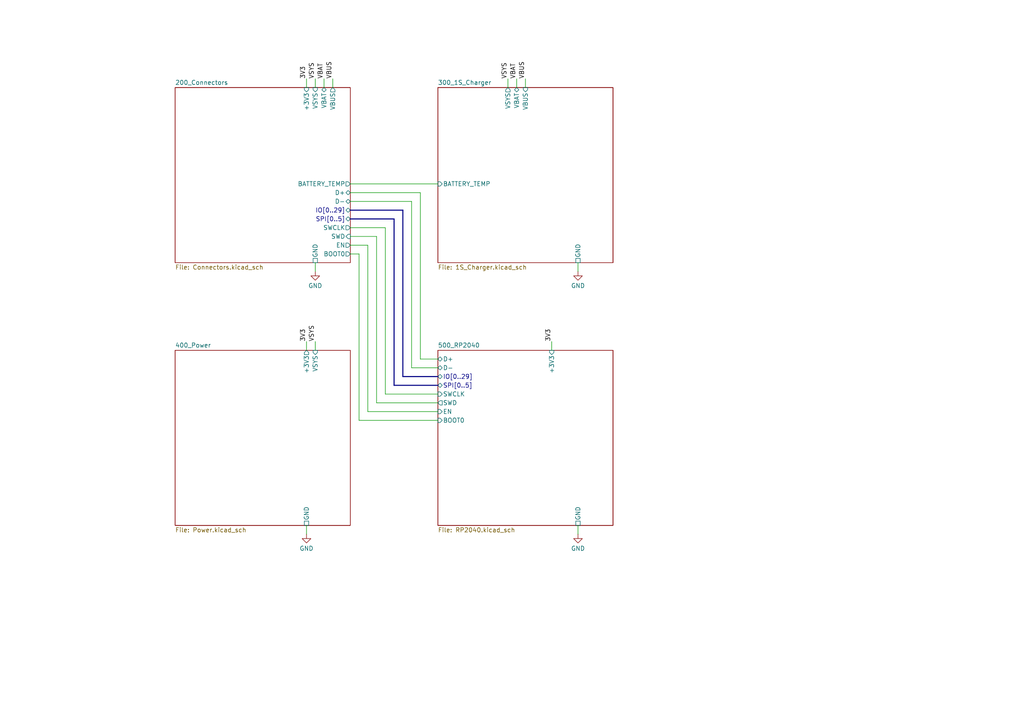
<source format=kicad_sch>
(kicad_sch (version 20230121) (generator eeschema)
  (paper "A4")
  (title_block (title "PSoM - RP2040") (date "2024-02-28") (rev "HW00") (company "PumaCorp"))
  (lib_symbols
    (symbol "power:GND" (power) (pin_names (offset 0))
      (property "Value" "GND" (at 0 -3.81 0))
      (symbol "GND_0_1"
        (polyline (pts (xy 0 0) (xy 0 -1.27) (xy 1.27 -1.27) (xy 0 -2.54) (xy -1.27 -1.27) (xy 0 -1.27)))
      )
      (symbol "GND_1_1"
        (pin power_in line (at 0 0 270) (length 0) hide (name "GND") (number "1"))
      )
    )
  )
  (wire (pts (xy 127 114.3) (xy 111.76 114.3)))
  (wire (pts (xy 147.32 22.86) (xy 147.32 25.4)))
  (bus (pts (xy 114.3 111.76) (xy 127 111.76)))
  (wire (pts (xy 167.64 152.4) (xy 167.64 154.94)))
  (wire (pts (xy 93.98 22.86) (xy 93.98 25.4)))
  (wire (pts (xy 109.22 68.58) (xy 109.22 116.84)))
  (wire (pts (xy 96.52 22.86) (xy 96.52 25.4)))
  (wire (pts (xy 101.6 71.12) (xy 106.68 71.12)))
  (wire (pts (xy 91.44 76.2) (xy 91.44 78.74)))
  (wire (pts (xy 121.92 55.88) (xy 101.6 55.88)))
  (wire (pts (xy 106.68 71.12) (xy 106.68 119.38)))
  (wire (pts (xy 121.92 55.88) (xy 121.92 104.14)))
  (wire (pts (xy 111.76 114.3) (xy 111.76 66.04)))
  (wire (pts (xy 88.9 152.4) (xy 88.9 154.94)))
  (bus (pts (xy 116.84 109.22) (xy 116.84 60.96)))
  (bus (pts (xy 127 109.22) (xy 116.84 109.22)))
  (wire (pts (xy 106.68 119.38) (xy 127 119.38)))
  (wire (pts (xy 111.76 66.04) (xy 101.6 66.04)))
  (wire (pts (xy 119.38 106.68) (xy 127 106.68)))
  (bus (pts (xy 114.3 63.5) (xy 114.3 111.76)))
  (wire (pts (xy 91.44 22.86) (xy 91.44 25.4)))
  (wire (pts (xy 101.6 73.66) (xy 104.14 73.66)))
  (wire (pts (xy 104.14 73.66) (xy 104.14 121.92)))
  (wire (pts (xy 167.64 76.2) (xy 167.64 78.74)))
  (wire (pts (xy 109.22 116.84) (xy 127 116.84)))
  (wire (pts (xy 101.6 68.58) (xy 109.22 68.58)))
  (wire (pts (xy 91.44 99.06) (xy 91.44 101.6)))
  (wire (pts (xy 152.4 22.86) (xy 152.4 25.4)))
  (wire (pts (xy 119.38 58.42) (xy 119.38 106.68)))
  (wire (pts (xy 104.14 121.92) (xy 127 121.92)))
  (bus (pts (xy 101.6 63.5) (xy 114.3 63.5)))
  (wire (pts (xy 101.6 58.42) (xy 119.38 58.42)))
  (bus (pts (xy 116.84 60.96) (xy 101.6 60.96)))
  (wire (pts (xy 149.86 22.86) (xy 149.86 25.4)))
  (wire (pts (xy 101.6 53.34) (xy 127 53.34)))
  (wire (pts (xy 88.9 22.86) (xy 88.9 25.4)))
  (wire (pts (xy 127 104.14) (xy 121.92 104.14)))
  (wire (pts (xy 160.02 99.06) (xy 160.02 101.6)))
  (wire (pts (xy 88.9 99.06) (xy 88.9 101.6)))
  (label "3V3" (at 88.9 22.86 90))
  (label "3V3" (at 88.9 99.06 90))
  (label "3V3" (at 160.02 99.06 90))
  (label "VBUS" (at 96.52 22.86 90))
  (label "VSYS" (at 147.32 22.86 90))
  (label "VBUS" (at 152.4 22.86 90))
  (label "VSYS" (at 91.44 22.86 90))
  (label "VSYS" (at 91.44 99.06 90))
  (label "VBAT" (at 149.86 22.86 90))
  (label "VBAT" (at 93.98 22.86 90))
  (symbol (lib_id "power:GND") (at 167.64 154.94 0) (unit 1)
    (property "Reference" "#PWR0104" (effects hide))
    (property "Value" "GND" (at 167.64 159.0755 0))
  )
  (symbol (lib_id "power:GND") (at 91.44 78.74 0) (unit 1)
    (property "Reference" "#PWR0102" (effects hide))
    (property "Value" "GND" (at 91.44 82.8755 0))
  )
  (symbol (lib_id "power:GND") (at 167.64 78.74 0) (unit 1)
    (property "Reference" "#PWR0103" (effects hide))
    (property "Value" "GND" (at 167.64 82.8755 0))
  )
  (symbol (lib_id "power:GND") (at 88.9 154.94 0) (unit 1)
    (property "Reference" "#PWR0101" (effects hide))
    (property "Value" "GND" (at 88.9 159.0755 0))
  )
  (sheet (at 127 25.4) (size 50.8 50.8) (stroke (width 0.1524))
    (property "Sheetname" "300_1S_Charger" (at 127 24.6884 0) (effects (justify left bottom)))
    (property "Sheetfile" "1S_Charger.kicad_sch" (at 127 76.7846 0) (effects (justify left top)))
    (pin "VSYS" output (at 147.32 25.4 90))
    (pin "VBUS" input (at 152.4 25.4 90))
    (pin "VBAT" bidirectional (at 149.86 25.4 90))
    (pin "GND" passive (at 167.64 76.2 270))
    (pin "BATTERY_TEMP" input (at 127 53.34 180))
  )
  (sheet (at 50.8 25.4) (size 50.8 50.8) (stroke (width 0.1524))
    (property "Sheetname" "200_Connectors" (at 50.8 24.6884 0) (effects (justify left bottom)))
    (property "Sheetfile" "Connectors.kicad_sch" (at 50.8 76.7846 0) (effects (justify left top)))
    (pin "D-" bidirectional (at 101.6 58.42 0))
    (pin "VBAT" bidirectional (at 93.98 25.4 90))
    (pin "D+" bidirectional (at 101.6 55.88 0))
    (pin "GND" passive (at 91.44 76.2 270))
    (pin "VBUS" output (at 96.52 25.4 90))
    (pin "+3V3" input (at 88.9 25.4 90))
    (pin "VSYS" input (at 91.44 25.4 90))
    (pin "BATTERY_TEMP" output (at 101.6 53.34 0))
    (pin "EN" output (at 101.6 71.12 0))
    (pin "SWCLK" output (at 101.6 66.04 0))
    (pin "SWD" input (at 101.6 68.58 0))
    (pin "IO[0..29]" bidirectional (at 101.6 60.96 0))
    (pin "BOOT0" output (at 101.6 73.66 0))
    (pin "SPI[0..5]" bidirectional (at 101.6 63.5 0))
  )
  (sheet (at 127 101.6) (size 50.8 50.8) (stroke (width 0.1524))
    (property "Sheetname" "500_RP2040" (at 127 100.8884 0) (effects (justify left bottom)))
    (property "Sheetfile" "RP2040.kicad_sch" (at 127 152.9846 0) (effects (justify left top)))
    (pin "D-" bidirectional (at 127 106.68 180))
    (pin "+3V3" input (at 160.02 101.6 90))
    (pin "D+" bidirectional (at 127 104.14 180))
    (pin "GND" passive (at 167.64 152.4 270))
    (pin "SWD" output (at 127 116.84 180))
    (pin "EN" input (at 127 119.38 180))
    (pin "BOOT0" input (at 127 121.92 180))
    (pin "SPI[0..5]" bidirectional (at 127 111.76 180))
    (pin "SWCLK" input (at 127 114.3 180))
    (pin "IO[0..29]" bidirectional (at 127 109.22 180))
  )
  (sheet (at 50.8 101.6) (size 50.8 50.8) (stroke (width 0.1524))
    (property "Sheetname" "400_Power" (at 50.8 100.8884 0) (effects (justify left bottom)))
    (property "Sheetfile" "Power.kicad_sch" (at 50.8 152.9846 0) (effects (justify left top)))
    (pin "+3V3" output (at 88.9 101.6 90))
    (pin "VSYS" input (at 91.44 101.6 90))
    (pin "GND" passive (at 88.9 152.4 270))
  )
)
</source>
